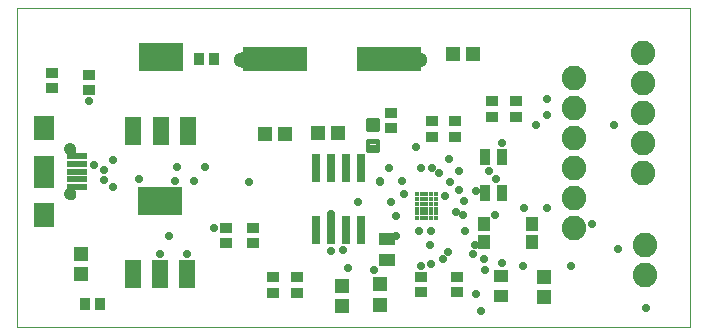
<source format=gts>
G75*
G70*
%OFA0B0*%
%FSLAX24Y24*%
%IPPOS*%
%LPD*%
%AMOC8*
5,1,8,0,0,1.08239X$1,22.5*
%
%ADD10C,0.0000*%
%ADD11R,0.0560X0.0960*%
%ADD12R,0.1497X0.0946*%
%ADD13C,0.0167*%
%ADD14R,0.0316X0.0946*%
%ADD15R,0.0651X0.0237*%
%ADD16C,0.0415*%
%ADD17R,0.0669X0.0787*%
%ADD18R,0.0669X0.1063*%
%ADD19R,0.0513X0.0474*%
%ADD20R,0.0474X0.0513*%
%ADD21R,0.0552X0.0395*%
%ADD22R,0.0356X0.0434*%
%ADD23R,0.0434X0.0356*%
%ADD24R,0.2180X0.0840*%
%ADD25C,0.0535*%
%ADD26R,0.0474X0.0395*%
%ADD27R,0.0356X0.0552*%
%ADD28C,0.0142*%
%ADD29R,0.0434X0.0474*%
%ADD30C,0.0820*%
%ADD31C,0.0280*%
D10*
X001213Y000274D02*
X001213Y010904D01*
X023654Y010904D01*
X023654Y000274D01*
X001213Y000274D01*
X002834Y004707D02*
X002836Y004732D01*
X002842Y004757D01*
X002851Y004781D01*
X002864Y004803D01*
X002881Y004823D01*
X002900Y004840D01*
X002921Y004854D01*
X002945Y004864D01*
X002969Y004871D01*
X002995Y004874D01*
X003020Y004873D01*
X003045Y004868D01*
X003069Y004859D01*
X003092Y004847D01*
X003112Y004832D01*
X003130Y004813D01*
X003145Y004792D01*
X003156Y004769D01*
X003164Y004745D01*
X003168Y004720D01*
X003168Y004694D01*
X003164Y004669D01*
X003156Y004645D01*
X003145Y004622D01*
X003130Y004601D01*
X003112Y004582D01*
X003092Y004567D01*
X003069Y004555D01*
X003045Y004546D01*
X003020Y004541D01*
X002995Y004540D01*
X002969Y004543D01*
X002945Y004550D01*
X002921Y004560D01*
X002900Y004574D01*
X002881Y004591D01*
X002864Y004611D01*
X002851Y004633D01*
X002842Y004657D01*
X002836Y004682D01*
X002834Y004707D01*
X002834Y006203D02*
X002836Y006228D01*
X002842Y006253D01*
X002851Y006277D01*
X002864Y006299D01*
X002881Y006319D01*
X002900Y006336D01*
X002921Y006350D01*
X002945Y006360D01*
X002969Y006367D01*
X002995Y006370D01*
X003020Y006369D01*
X003045Y006364D01*
X003069Y006355D01*
X003092Y006343D01*
X003112Y006328D01*
X003130Y006309D01*
X003145Y006288D01*
X003156Y006265D01*
X003164Y006241D01*
X003168Y006216D01*
X003168Y006190D01*
X003164Y006165D01*
X003156Y006141D01*
X003145Y006118D01*
X003130Y006097D01*
X003112Y006078D01*
X003092Y006063D01*
X003069Y006051D01*
X003045Y006042D01*
X003020Y006037D01*
X002995Y006036D01*
X002969Y006039D01*
X002945Y006046D01*
X002921Y006056D01*
X002900Y006070D01*
X002881Y006087D01*
X002864Y006107D01*
X002851Y006129D01*
X002842Y006153D01*
X002836Y006178D01*
X002834Y006203D01*
D11*
X005099Y006818D03*
X006009Y006818D03*
X006919Y006818D03*
X006895Y002027D03*
X005985Y002027D03*
X005075Y002027D03*
D12*
X005985Y004467D03*
X006009Y009258D03*
D13*
X014548Y004695D03*
X014548Y004538D03*
X014706Y004538D03*
X014863Y004538D03*
X014863Y004695D03*
X015020Y004695D03*
X015020Y004538D03*
X015020Y004380D03*
X015020Y004223D03*
X014863Y004223D03*
X014863Y004380D03*
X014706Y004380D03*
X014706Y004223D03*
X014706Y004066D03*
X014863Y004066D03*
X015020Y004066D03*
X015178Y004066D03*
X015178Y004223D03*
X015178Y004380D03*
X015178Y004538D03*
X015178Y004695D03*
X014706Y004695D03*
X014548Y004380D03*
X014548Y004223D03*
X014548Y004066D03*
X014548Y003908D03*
X014706Y003908D03*
X014863Y003908D03*
X015020Y003908D03*
X015178Y003908D03*
D14*
X012692Y003514D03*
X012192Y003514D03*
X011692Y003514D03*
X011192Y003514D03*
X011192Y005562D03*
X011692Y005562D03*
X012192Y005562D03*
X012692Y005562D03*
D15*
X003207Y005455D03*
X003207Y005199D03*
X003207Y004943D03*
X003207Y005711D03*
X003207Y005967D03*
D16*
X003001Y006203D03*
X003001Y004707D03*
D17*
X002135Y004005D03*
X002135Y006906D03*
D18*
X002135Y005455D03*
D19*
X009493Y006723D03*
X010162Y006723D03*
X011245Y006731D03*
X011914Y006731D03*
X015757Y009361D03*
X016426Y009361D03*
D20*
X003359Y002707D03*
X003359Y002038D03*
X012064Y001629D03*
X012064Y000959D03*
X013320Y001022D03*
X013320Y001692D03*
X018784Y001943D03*
X018784Y001274D03*
D21*
X013536Y002506D03*
X013536Y003215D03*
D22*
X004001Y001030D03*
X003489Y001030D03*
X007284Y009198D03*
X007796Y009198D03*
D23*
X003603Y008688D03*
X003603Y008176D03*
X002371Y008235D03*
X002371Y008747D03*
X008186Y003581D03*
X008186Y003069D03*
X009072Y003069D03*
X009072Y003581D03*
X009741Y001928D03*
X010548Y001928D03*
X010548Y001416D03*
X009741Y001416D03*
X014701Y001429D03*
X014701Y001940D03*
X015892Y001948D03*
X015892Y001437D03*
X015816Y006613D03*
X015048Y006613D03*
X015048Y007125D03*
X015816Y007125D03*
X017036Y007282D03*
X017036Y007794D03*
X017843Y007794D03*
X017843Y007282D03*
X013679Y007413D03*
X013679Y006902D03*
D24*
X013614Y009206D03*
X009814Y009206D03*
D25*
X008725Y009181D03*
X014632Y009162D03*
D26*
X017359Y001991D03*
X017359Y001321D03*
D27*
X017375Y004754D03*
X016824Y004754D03*
X016824Y005936D03*
X017375Y005936D03*
D28*
X013246Y006145D02*
X012914Y006145D01*
X012914Y006477D01*
X013246Y006477D01*
X013246Y006145D01*
X013246Y006286D02*
X012914Y006286D01*
X012914Y006427D02*
X013246Y006427D01*
X013246Y006835D02*
X012914Y006835D01*
X012914Y007167D01*
X013246Y007167D01*
X013246Y006835D01*
X013246Y006976D02*
X012914Y006976D01*
X012914Y007117D02*
X013246Y007117D01*
D29*
X016780Y003723D03*
X016780Y003093D03*
X018394Y003093D03*
X018394Y003723D03*
D30*
X019796Y003581D03*
X019796Y004581D03*
X019796Y005581D03*
X019796Y006581D03*
X019796Y007581D03*
X019796Y008581D03*
X022080Y008408D03*
X022080Y007408D03*
X022080Y006408D03*
X022080Y005408D03*
X022158Y003006D03*
X022158Y002006D03*
X022080Y009408D03*
D31*
X018893Y007875D03*
X018893Y007354D03*
X018511Y007021D03*
X017394Y006416D03*
X016944Y005472D03*
X017192Y005218D03*
X016532Y004799D03*
X016107Y004466D03*
X015963Y004825D03*
X015640Y005111D03*
X015283Y005413D03*
X015061Y005565D03*
X014680Y005562D03*
X014052Y005125D03*
X014107Y004707D03*
X013681Y004445D03*
X013849Y003974D03*
X014619Y003479D03*
X015013Y003479D03*
X014985Y003003D03*
X015572Y002758D03*
X015423Y002525D03*
X015022Y002371D03*
X014678Y002321D03*
X013103Y002164D03*
X012237Y002243D03*
X012080Y002833D03*
X011686Y002794D03*
X013849Y003295D03*
X015855Y004123D03*
X016089Y004016D03*
X016152Y003478D03*
X016473Y002995D03*
X016409Y002703D03*
X016770Y002528D03*
X016818Y002169D03*
X017394Y002400D03*
X018071Y002315D03*
X019673Y002315D03*
X021246Y002871D03*
X020401Y003717D03*
X018875Y004251D03*
X018104Y004251D03*
X017161Y004012D03*
X015479Y004645D03*
X015957Y005478D03*
X015623Y005865D03*
X014523Y006264D03*
X013603Y005562D03*
X013308Y005125D03*
X013308Y005113D03*
X012580Y004445D03*
X011699Y004046D03*
X008939Y005113D03*
X007474Y005599D03*
X007135Y005129D03*
X006497Y005129D03*
X006540Y005599D03*
X005269Y005195D03*
X004402Y004951D03*
X004104Y005188D03*
X004104Y005492D03*
X003772Y005668D03*
X004402Y005825D03*
X003615Y007794D03*
X007788Y003581D03*
X006883Y002715D03*
X006292Y003306D03*
X005977Y002715D03*
X016502Y001385D03*
X016678Y000810D03*
X022185Y000917D03*
X022185Y001971D03*
X021109Y007021D03*
M02*

</source>
